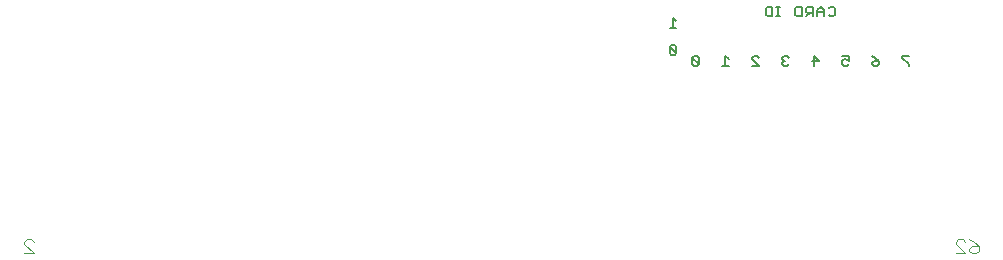
<source format=gbo>
G75*
G70*
%OFA0B0*%
%FSLAX24Y24*%
%IPPOS*%
%LPD*%
%AMOC8*
5,1,8,0,0,1.08239X$1,22.5*
%
%ADD10C,0.0080*%
%ADD11C,0.0040*%
D10*
X025861Y010793D02*
X025914Y010740D01*
X026021Y010740D01*
X026074Y010793D01*
X025861Y011007D01*
X025861Y010793D01*
X026074Y010793D02*
X026074Y011007D01*
X026021Y011060D01*
X025914Y011060D01*
X025861Y011007D01*
X025861Y011640D02*
X026074Y011640D01*
X025967Y011640D02*
X025967Y011960D01*
X026074Y011854D01*
X026664Y010685D02*
X026611Y010632D01*
X026824Y010418D01*
X026771Y010365D01*
X026664Y010365D01*
X026611Y010418D01*
X026611Y010632D01*
X026664Y010685D02*
X026771Y010685D01*
X026824Y010632D01*
X026824Y010418D01*
X027611Y010365D02*
X027824Y010365D01*
X027717Y010365D02*
X027717Y010685D01*
X027824Y010579D01*
X028611Y010579D02*
X028611Y010632D01*
X028664Y010685D01*
X028771Y010685D01*
X028824Y010632D01*
X028611Y010579D02*
X028824Y010365D01*
X028611Y010365D01*
X029611Y010418D02*
X029664Y010365D01*
X029771Y010365D01*
X029824Y010418D01*
X029717Y010525D02*
X029664Y010525D01*
X029611Y010472D01*
X029611Y010418D01*
X029664Y010525D02*
X029611Y010579D01*
X029611Y010632D01*
X029664Y010685D01*
X029771Y010685D01*
X029824Y010632D01*
X030611Y010525D02*
X030824Y010525D01*
X030664Y010685D01*
X030664Y010365D01*
X031611Y010418D02*
X031664Y010365D01*
X031771Y010365D01*
X031824Y010418D01*
X031824Y010525D02*
X031717Y010579D01*
X031664Y010579D01*
X031611Y010525D01*
X031611Y010418D01*
X031824Y010525D02*
X031824Y010685D01*
X031611Y010685D01*
X032611Y010685D02*
X032717Y010632D01*
X032824Y010525D01*
X032664Y010525D01*
X032611Y010472D01*
X032611Y010418D01*
X032664Y010365D01*
X032771Y010365D01*
X032824Y010418D01*
X032824Y010525D01*
X033611Y010632D02*
X033824Y010418D01*
X033824Y010365D01*
X033824Y010685D02*
X033611Y010685D01*
X033611Y010632D01*
X031368Y012068D02*
X031314Y012015D01*
X031208Y012015D01*
X031154Y012068D01*
X030999Y012015D02*
X030999Y012229D01*
X030893Y012335D01*
X030786Y012229D01*
X030786Y012015D01*
X030631Y012015D02*
X030631Y012335D01*
X030471Y012335D01*
X030418Y012282D01*
X030418Y012175D01*
X030471Y012122D01*
X030631Y012122D01*
X030524Y012122D02*
X030418Y012015D01*
X030263Y012015D02*
X030263Y012335D01*
X030103Y012335D01*
X030049Y012282D01*
X030049Y012068D01*
X030103Y012015D01*
X030263Y012015D01*
X029526Y012015D02*
X029419Y012015D01*
X029473Y012015D02*
X029473Y012335D01*
X029526Y012335D02*
X029419Y012335D01*
X029281Y012335D02*
X029120Y012335D01*
X029067Y012282D01*
X029067Y012068D01*
X029120Y012015D01*
X029281Y012015D01*
X029281Y012335D01*
X030786Y012175D02*
X030999Y012175D01*
X031154Y012282D02*
X031208Y012335D01*
X031314Y012335D01*
X031368Y012282D01*
X031368Y012068D01*
D11*
X004660Y004120D02*
X004353Y004120D01*
X004353Y004427D02*
X004353Y004504D01*
X004430Y004580D01*
X004583Y004580D01*
X004660Y004504D01*
X004353Y004427D02*
X004660Y004120D01*
X035393Y004120D02*
X035700Y004120D01*
X035393Y004427D01*
X035393Y004504D01*
X035469Y004580D01*
X035623Y004580D01*
X035700Y004504D01*
X035853Y004580D02*
X036007Y004504D01*
X036160Y004350D01*
X035930Y004350D01*
X035853Y004273D01*
X035853Y004197D01*
X035930Y004120D01*
X036083Y004120D01*
X036160Y004197D01*
X036160Y004350D01*
M02*

</source>
